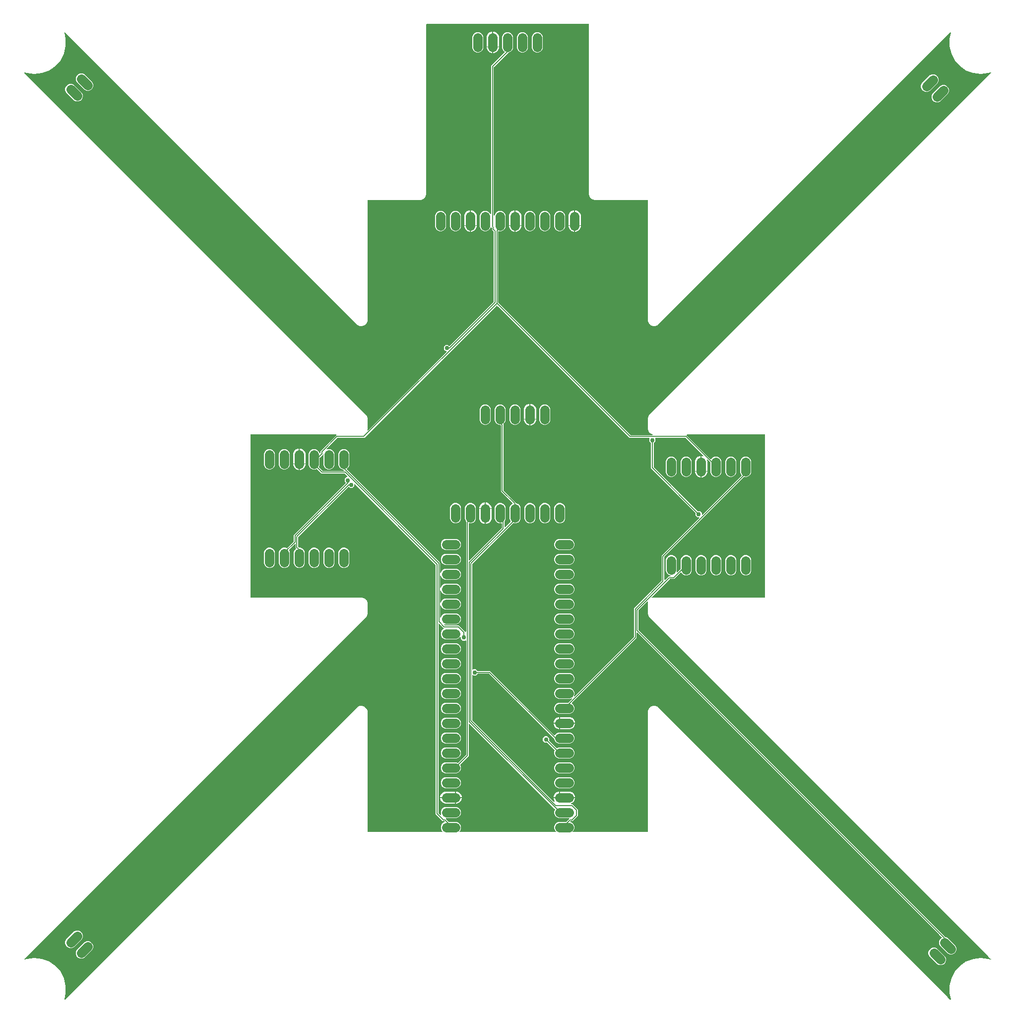
<source format=gbr>
G04 EAGLE Gerber RS-274X export*
G75*
%MOMM*%
%FSLAX34Y34*%
%LPD*%
%INTop Copper*%
%IPPOS*%
%AMOC8*
5,1,8,0,0,1.08239X$1,22.5*%
G01*
G04 Define Apertures*
%ADD10C,1.575000*%
%ADD11C,0.152400*%
%ADD12C,0.756400*%
G36*
X247085Y137982D02*
X246787Y137922D01*
X210051Y137922D01*
X209765Y137978D01*
X209512Y138145D01*
X-15779Y363436D01*
X-15942Y363677D01*
X-16002Y363975D01*
X-16002Y484893D01*
X-15946Y485179D01*
X-15779Y485432D01*
X-15453Y485758D01*
X-15217Y485918D01*
X-14920Y485981D01*
X-14623Y485923D01*
X-14570Y485901D01*
X-10830Y485901D01*
X-7376Y487332D01*
X-4732Y489976D01*
X-3301Y493430D01*
X-3301Y512920D01*
X-4732Y516374D01*
X-7376Y519018D01*
X-10830Y520449D01*
X-14570Y520449D01*
X-18024Y519018D01*
X-20668Y516374D01*
X-22156Y512782D01*
X-22296Y512561D01*
X-22541Y512382D01*
X-22836Y512312D01*
X-23135Y512363D01*
X-23390Y512526D01*
X-23562Y512776D01*
X-23622Y513074D01*
X-23622Y765309D01*
X-23566Y765595D01*
X-23399Y765848D01*
X1231Y790478D01*
X1472Y790641D01*
X1770Y790701D01*
X1870Y790701D01*
X5324Y792132D01*
X7968Y794776D01*
X9399Y798230D01*
X9399Y817720D01*
X7968Y821174D01*
X5324Y823818D01*
X1870Y825249D01*
X-1870Y825249D01*
X-5324Y823818D01*
X-7968Y821174D01*
X-9399Y817720D01*
X-9399Y798230D01*
X-7968Y794776D01*
X-5324Y792132D01*
X-5145Y792058D01*
X-4915Y791910D01*
X-4740Y791662D01*
X-4675Y791366D01*
X-4730Y791068D01*
X-4898Y790815D01*
X-28194Y767519D01*
X-28194Y515526D01*
X-28239Y515269D01*
X-28396Y515010D01*
X-28642Y514832D01*
X-28938Y514765D01*
X-29236Y514818D01*
X-29491Y514983D01*
X-29660Y515235D01*
X-30132Y516374D01*
X-32776Y519018D01*
X-36230Y520449D01*
X-39970Y520449D01*
X-43424Y519018D01*
X-46068Y516374D01*
X-47499Y512920D01*
X-47499Y493430D01*
X-46068Y489976D01*
X-43424Y487332D01*
X-39970Y485901D01*
X-36230Y485901D01*
X-32776Y487332D01*
X-30132Y489976D01*
X-29165Y492310D01*
X-29017Y492540D01*
X-28769Y492715D01*
X-28473Y492780D01*
X-28175Y492725D01*
X-27922Y492557D01*
X-26893Y491528D01*
X-26730Y491287D01*
X-26670Y490989D01*
X-26670Y488257D01*
X-23845Y485432D01*
X-23682Y485191D01*
X-23622Y484893D01*
X-23622Y365499D01*
X-23678Y365213D01*
X-23845Y364960D01*
X-98672Y290133D01*
X-98902Y289975D01*
X-99198Y289910D01*
X-99497Y289966D01*
X-99749Y290133D01*
X-101434Y291818D01*
X-105830Y291818D01*
X-108938Y288710D01*
X-108938Y284314D01*
X-105830Y281206D01*
X-104867Y281206D01*
X-104603Y281159D01*
X-104345Y281000D01*
X-104170Y280752D01*
X-104105Y280456D01*
X-104160Y280158D01*
X-104328Y279905D01*
X-238259Y145974D01*
X-238473Y145823D01*
X-238767Y145751D01*
X-239067Y145800D01*
X-239324Y145961D01*
X-239497Y146210D01*
X-239560Y146507D01*
X-239502Y146804D01*
X-239078Y147827D01*
X-239078Y167320D01*
X-240741Y171334D01*
X-824833Y755426D01*
X-824973Y755620D01*
X-825054Y755912D01*
X-825015Y756212D01*
X-824861Y756474D01*
X-824618Y756655D01*
X-824323Y756727D01*
X-824024Y756678D01*
X-820452Y755323D01*
X-807574Y753759D01*
X-794695Y755323D01*
X-782565Y759923D01*
X-771888Y767293D01*
X-763285Y777004D01*
X-757256Y788491D01*
X-754152Y801087D01*
X-754152Y814060D01*
X-756604Y824011D01*
X-756580Y824457D01*
X-756420Y824715D01*
X-756173Y824890D01*
X-755877Y824955D01*
X-755578Y824900D01*
X-755326Y824732D01*
X-256187Y325594D01*
X-252173Y323931D01*
X-247827Y323931D01*
X-243813Y325594D01*
X-240741Y328666D01*
X-239078Y332680D01*
X-239078Y538316D01*
X-239027Y538591D01*
X-238863Y538846D01*
X-238613Y539018D01*
X-238316Y539078D01*
X-147827Y539078D01*
X-143813Y540741D01*
X-140741Y543813D01*
X-139078Y547827D01*
X-139078Y838316D01*
X-139027Y838591D01*
X-138863Y838846D01*
X-138613Y839018D01*
X-138316Y839078D01*
X138316Y839078D01*
X138591Y839027D01*
X138846Y838863D01*
X139018Y838613D01*
X139078Y838316D01*
X139078Y547827D01*
X140741Y543813D01*
X143813Y540741D01*
X147827Y539078D01*
X238316Y539078D01*
X238591Y539027D01*
X238846Y538863D01*
X239018Y538613D01*
X239078Y538316D01*
X239078Y332680D01*
X240741Y328666D01*
X243813Y325594D01*
X247827Y323931D01*
X252173Y323931D01*
X256187Y325594D01*
X755326Y824732D01*
X755720Y824942D01*
X756023Y824939D01*
X756301Y824818D01*
X756510Y824598D01*
X756617Y824314D01*
X756604Y824011D01*
X754152Y814060D01*
X754152Y801087D01*
X757256Y788491D01*
X763285Y777004D01*
X771888Y767293D01*
X782565Y759923D01*
X794695Y755323D01*
X807574Y753759D01*
X820452Y755323D01*
X824024Y756678D01*
X824258Y756726D01*
X824558Y756680D01*
X824816Y756521D01*
X824991Y756273D01*
X825056Y755977D01*
X825001Y755679D01*
X824833Y755426D01*
X240741Y171334D01*
X239078Y167320D01*
X239078Y147827D01*
X240741Y143813D01*
X243813Y140741D01*
X247079Y139388D01*
X247300Y139248D01*
X247479Y139003D01*
X247549Y138708D01*
X247498Y138409D01*
X247335Y138154D01*
X247085Y137982D01*
G37*
%LPC*%
G36*
X-35815Y800862D02*
X-26162Y800862D01*
X-26162Y826265D01*
X-27472Y826265D01*
X-31300Y824679D01*
X-34229Y821750D01*
X-35815Y817922D01*
X-35815Y800862D01*
G37*
G36*
X-24638Y800862D02*
X-14985Y800862D01*
X-14985Y817922D01*
X-16571Y821750D01*
X-19500Y824679D01*
X-23328Y826265D01*
X-24638Y826265D01*
X-24638Y800862D01*
G37*
G36*
X-52670Y790701D02*
X-48930Y790701D01*
X-45476Y792132D01*
X-42832Y794776D01*
X-41401Y798230D01*
X-41401Y817720D01*
X-42832Y821174D01*
X-45476Y823818D01*
X-48930Y825249D01*
X-52670Y825249D01*
X-56124Y823818D01*
X-58768Y821174D01*
X-60199Y817720D01*
X-60199Y798230D01*
X-58768Y794776D01*
X-56124Y792132D01*
X-52670Y790701D01*
G37*
G36*
X23530Y790701D02*
X27270Y790701D01*
X30724Y792132D01*
X33368Y794776D01*
X34799Y798230D01*
X34799Y817720D01*
X33368Y821174D01*
X30724Y823818D01*
X27270Y825249D01*
X23530Y825249D01*
X20076Y823818D01*
X17432Y821174D01*
X16001Y817720D01*
X16001Y798230D01*
X17432Y794776D01*
X20076Y792132D01*
X23530Y790701D01*
G37*
G36*
X48930Y790701D02*
X52670Y790701D01*
X56124Y792132D01*
X58768Y794776D01*
X60199Y798230D01*
X60199Y817720D01*
X58768Y821174D01*
X56124Y823818D01*
X52670Y825249D01*
X48930Y825249D01*
X45476Y823818D01*
X42832Y821174D01*
X41401Y817720D01*
X41401Y798230D01*
X42832Y794776D01*
X45476Y792132D01*
X48930Y790701D01*
G37*
G36*
X-27472Y789685D02*
X-26162Y789685D01*
X-26162Y799338D01*
X-35815Y799338D01*
X-35815Y798028D01*
X-34229Y794200D01*
X-31300Y791271D01*
X-27472Y789685D01*
G37*
G36*
X-24638Y789685D02*
X-23328Y789685D01*
X-19500Y791271D01*
X-16571Y794200D01*
X-14985Y798028D01*
X-14985Y799338D01*
X-24638Y799338D01*
X-24638Y789685D01*
G37*
G36*
X-718352Y725044D02*
X-714613Y725044D01*
X-711159Y726475D01*
X-708515Y729119D01*
X-707084Y732574D01*
X-707084Y736313D01*
X-708515Y739768D01*
X-722296Y753548D01*
X-725750Y754979D01*
X-729489Y754979D01*
X-732944Y753548D01*
X-735588Y750904D01*
X-737019Y747450D01*
X-737019Y743711D01*
X-735588Y740256D01*
X-721807Y726475D01*
X-718352Y725044D01*
G37*
G36*
X713050Y723481D02*
X716789Y723481D01*
X720244Y724912D01*
X734025Y738693D01*
X735456Y742148D01*
X735456Y745887D01*
X734025Y749341D01*
X731381Y751985D01*
X727926Y753416D01*
X724187Y753416D01*
X720732Y751985D01*
X706952Y738204D01*
X705521Y734750D01*
X705521Y731011D01*
X706952Y727556D01*
X709596Y724912D01*
X713050Y723481D01*
G37*
G36*
X-736313Y707084D02*
X-732574Y707084D01*
X-729119Y708515D01*
X-726475Y711159D01*
X-725044Y714613D01*
X-725044Y718352D01*
X-726475Y721807D01*
X-740256Y735588D01*
X-743711Y737019D01*
X-747450Y737019D01*
X-750904Y735588D01*
X-753548Y732944D01*
X-754979Y729489D01*
X-754979Y725750D01*
X-753548Y722296D01*
X-739768Y708515D01*
X-736313Y707084D01*
G37*
G36*
X731011Y705521D02*
X734750Y705521D01*
X738204Y706952D01*
X751985Y720732D01*
X753416Y724187D01*
X753416Y727926D01*
X751985Y731381D01*
X749341Y734025D01*
X745887Y735456D01*
X742148Y735456D01*
X738693Y734025D01*
X724912Y720244D01*
X723481Y716789D01*
X723481Y713050D01*
X724912Y709596D01*
X727556Y706952D01*
X731011Y705521D01*
G37*
G36*
X-73915Y496062D02*
X-64262Y496062D01*
X-64262Y521465D01*
X-65572Y521465D01*
X-69400Y519879D01*
X-72329Y516950D01*
X-73915Y513122D01*
X-73915Y496062D01*
G37*
G36*
X2285Y496062D02*
X11938Y496062D01*
X11938Y521465D01*
X10628Y521465D01*
X6800Y519879D01*
X3871Y516950D01*
X2285Y513122D01*
X2285Y496062D01*
G37*
G36*
X103885Y496062D02*
X113538Y496062D01*
X113538Y521465D01*
X112228Y521465D01*
X108400Y519879D01*
X105471Y516950D01*
X103885Y513122D01*
X103885Y496062D01*
G37*
G36*
X115062Y496062D02*
X124715Y496062D01*
X124715Y513122D01*
X123129Y516950D01*
X120200Y519879D01*
X116372Y521465D01*
X115062Y521465D01*
X115062Y496062D01*
G37*
G36*
X13462Y496062D02*
X23115Y496062D01*
X23115Y513122D01*
X21529Y516950D01*
X18600Y519879D01*
X14772Y521465D01*
X13462Y521465D01*
X13462Y496062D01*
G37*
G36*
X-62738Y496062D02*
X-53085Y496062D01*
X-53085Y513122D01*
X-54671Y516950D01*
X-57600Y519879D01*
X-61428Y521465D01*
X-62738Y521465D01*
X-62738Y496062D01*
G37*
G36*
X87030Y485901D02*
X90770Y485901D01*
X94224Y487332D01*
X96868Y489976D01*
X98299Y493430D01*
X98299Y512920D01*
X96868Y516374D01*
X94224Y519018D01*
X90770Y520449D01*
X87030Y520449D01*
X83576Y519018D01*
X80932Y516374D01*
X79501Y512920D01*
X79501Y493430D01*
X80932Y489976D01*
X83576Y487332D01*
X87030Y485901D01*
G37*
G36*
X61630Y485901D02*
X65370Y485901D01*
X68824Y487332D01*
X71468Y489976D01*
X72899Y493430D01*
X72899Y512920D01*
X71468Y516374D01*
X68824Y519018D01*
X65370Y520449D01*
X61630Y520449D01*
X58176Y519018D01*
X55532Y516374D01*
X54101Y512920D01*
X54101Y493430D01*
X55532Y489976D01*
X58176Y487332D01*
X61630Y485901D01*
G37*
G36*
X36230Y485901D02*
X39970Y485901D01*
X43424Y487332D01*
X46068Y489976D01*
X47499Y493430D01*
X47499Y512920D01*
X46068Y516374D01*
X43424Y519018D01*
X39970Y520449D01*
X36230Y520449D01*
X32776Y519018D01*
X30132Y516374D01*
X28701Y512920D01*
X28701Y493430D01*
X30132Y489976D01*
X32776Y487332D01*
X36230Y485901D01*
G37*
G36*
X-90770Y485901D02*
X-87030Y485901D01*
X-83576Y487332D01*
X-80932Y489976D01*
X-79501Y493430D01*
X-79501Y512920D01*
X-80932Y516374D01*
X-83576Y519018D01*
X-87030Y520449D01*
X-90770Y520449D01*
X-94224Y519018D01*
X-96868Y516374D01*
X-98299Y512920D01*
X-98299Y493430D01*
X-96868Y489976D01*
X-94224Y487332D01*
X-90770Y485901D01*
G37*
G36*
X-116170Y485901D02*
X-112430Y485901D01*
X-108976Y487332D01*
X-106332Y489976D01*
X-104901Y493430D01*
X-104901Y512920D01*
X-106332Y516374D01*
X-108976Y519018D01*
X-112430Y520449D01*
X-116170Y520449D01*
X-119624Y519018D01*
X-122268Y516374D01*
X-123699Y512920D01*
X-123699Y493430D01*
X-122268Y489976D01*
X-119624Y487332D01*
X-116170Y485901D01*
G37*
G36*
X115062Y484885D02*
X116372Y484885D01*
X120200Y486471D01*
X123129Y489400D01*
X124715Y493228D01*
X124715Y494538D01*
X115062Y494538D01*
X115062Y484885D01*
G37*
G36*
X112228Y484885D02*
X113538Y484885D01*
X113538Y494538D01*
X103885Y494538D01*
X103885Y493228D01*
X105471Y489400D01*
X108400Y486471D01*
X112228Y484885D01*
G37*
G36*
X13462Y484885D02*
X14772Y484885D01*
X18600Y486471D01*
X21529Y489400D01*
X23115Y493228D01*
X23115Y494538D01*
X13462Y494538D01*
X13462Y484885D01*
G37*
G36*
X10628Y484885D02*
X11938Y484885D01*
X11938Y494538D01*
X2285Y494538D01*
X2285Y493228D01*
X3871Y489400D01*
X6800Y486471D01*
X10628Y484885D01*
G37*
G36*
X-62738Y484885D02*
X-61428Y484885D01*
X-57600Y486471D01*
X-54671Y489400D01*
X-53085Y493228D01*
X-53085Y494538D01*
X-62738Y494538D01*
X-62738Y484885D01*
G37*
G36*
X-65572Y484885D02*
X-64262Y484885D01*
X-64262Y494538D01*
X-73915Y494538D01*
X-73915Y493228D01*
X-72329Y489400D01*
X-69400Y486471D01*
X-65572Y484885D01*
G37*
%LPD*%
G36*
X756173Y-824890D02*
X755877Y-824955D01*
X755578Y-824900D01*
X755326Y-824732D01*
X256187Y-325594D01*
X252173Y-323931D01*
X247827Y-323931D01*
X243813Y-325594D01*
X240741Y-328666D01*
X239078Y-332680D01*
X239078Y-538316D01*
X239027Y-538591D01*
X238863Y-538846D01*
X238613Y-539018D01*
X238316Y-539078D01*
X111907Y-539078D01*
X111644Y-539031D01*
X111385Y-538872D01*
X111210Y-538624D01*
X111145Y-538328D01*
X111201Y-538030D01*
X111368Y-537777D01*
X112618Y-536527D01*
X114049Y-533073D01*
X114049Y-529333D01*
X112618Y-525879D01*
X109974Y-523235D01*
X107396Y-522167D01*
X107166Y-522019D01*
X106991Y-521771D01*
X106926Y-521475D01*
X106981Y-521177D01*
X107149Y-520924D01*
X107404Y-520669D01*
X107645Y-520506D01*
X107943Y-520446D01*
X110675Y-520446D01*
X119634Y-511487D01*
X119634Y-500449D01*
X110675Y-491490D01*
X108930Y-491490D01*
X108673Y-491445D01*
X108413Y-491288D01*
X108236Y-491042D01*
X108168Y-490746D01*
X108222Y-490448D01*
X108387Y-490194D01*
X108639Y-490024D01*
X110550Y-489232D01*
X113479Y-486303D01*
X115065Y-482475D01*
X115065Y-481165D01*
X78485Y-481165D01*
X78485Y-482475D01*
X80029Y-486203D01*
X80087Y-486459D01*
X80041Y-486758D01*
X79881Y-487016D01*
X79634Y-487192D01*
X79338Y-487257D01*
X79040Y-487201D01*
X78787Y-487034D01*
X-59975Y-348272D01*
X-60138Y-348031D01*
X-60198Y-347733D01*
X-60198Y-272233D01*
X-60151Y-271970D01*
X-59992Y-271712D01*
X-59744Y-271537D01*
X-59448Y-271472D01*
X-59150Y-271527D01*
X-58897Y-271695D01*
X-58586Y-272006D01*
X-54190Y-272006D01*
X-51393Y-269209D01*
X-51152Y-269046D01*
X-50855Y-268986D01*
X-31743Y-268986D01*
X-31457Y-269042D01*
X-31204Y-269209D01*
X79278Y-379691D01*
X79441Y-379932D01*
X79501Y-380230D01*
X79501Y-380673D01*
X80932Y-384127D01*
X83576Y-386771D01*
X87030Y-388202D01*
X106520Y-388202D01*
X109974Y-386771D01*
X112618Y-384127D01*
X114049Y-380673D01*
X114049Y-376933D01*
X112618Y-373479D01*
X109974Y-370835D01*
X106520Y-369404D01*
X87030Y-369404D01*
X83576Y-370835D01*
X80891Y-373520D01*
X80810Y-373645D01*
X80563Y-373821D01*
X80266Y-373886D01*
X79968Y-373830D01*
X79715Y-373663D01*
X-29533Y-264414D01*
X-50855Y-264414D01*
X-51141Y-264358D01*
X-51393Y-264191D01*
X-54190Y-261394D01*
X-58586Y-261394D01*
X-58897Y-261705D01*
X-59117Y-261858D01*
X-59412Y-261928D01*
X-59711Y-261877D01*
X-59966Y-261714D01*
X-60138Y-261464D01*
X-60198Y-261167D01*
X-60198Y-82035D01*
X-60142Y-81749D01*
X-59975Y-81496D01*
X9227Y-12294D01*
X9463Y-12134D01*
X9760Y-12071D01*
X10057Y-12129D01*
X10830Y-12449D01*
X14570Y-12449D01*
X18024Y-11018D01*
X20668Y-8374D01*
X22099Y-4920D01*
X22099Y14570D01*
X20668Y18024D01*
X18024Y20668D01*
X14867Y21976D01*
X14620Y22141D01*
X-6635Y43396D01*
X-6798Y43637D01*
X-6858Y43935D01*
X-6858Y156395D01*
X-6947Y156484D01*
X-7105Y156714D01*
X-7170Y157010D01*
X-7114Y157308D01*
X-6947Y157561D01*
X-4732Y159776D01*
X-3301Y163230D01*
X-3301Y182720D01*
X-4732Y186174D01*
X-7376Y188818D01*
X-10830Y190249D01*
X-14570Y190249D01*
X-18024Y188818D01*
X-20668Y186174D01*
X-22099Y182720D01*
X-22099Y163230D01*
X-20668Y159776D01*
X-18024Y157132D01*
X-14570Y155701D01*
X-12946Y155701D01*
X-12660Y155645D01*
X-12407Y155478D01*
X-11653Y154724D01*
X-11490Y154483D01*
X-11430Y154185D01*
X-11430Y41725D01*
X8161Y22134D01*
X8317Y21909D01*
X8384Y21613D01*
X8331Y21315D01*
X8166Y21060D01*
X7914Y20891D01*
X7376Y20668D01*
X4732Y18024D01*
X3301Y14570D01*
X3301Y-4920D01*
X4732Y-8374D01*
X5168Y-8810D01*
X5326Y-9040D01*
X5391Y-9337D01*
X5335Y-9635D01*
X5168Y-9887D01*
X-4033Y-19088D01*
X-4253Y-19241D01*
X-4548Y-19311D01*
X-4847Y-19260D01*
X-5102Y-19097D01*
X-5274Y-18847D01*
X-5334Y-18549D01*
X-5334Y-9619D01*
X-5391Y-9361D01*
X-5335Y-9063D01*
X-5168Y-8810D01*
X-4732Y-8374D01*
X-3301Y-4920D01*
X-3301Y14570D01*
X-4732Y18024D01*
X-7376Y20668D01*
X-10830Y22099D01*
X-14570Y22099D01*
X-18024Y20668D01*
X-20668Y18024D01*
X-22099Y14570D01*
X-22099Y-4920D01*
X-20668Y-8374D01*
X-18024Y-11018D01*
X-14570Y-12449D01*
X-10711Y-12449D01*
X-10692Y-12445D01*
X-10393Y-12496D01*
X-10138Y-12659D01*
X-9966Y-12909D01*
X-9906Y-13207D01*
X-9906Y-20073D01*
X-9962Y-20359D01*
X-10129Y-20612D01*
X-64993Y-75476D01*
X-65213Y-75629D01*
X-65508Y-75699D01*
X-65807Y-75648D01*
X-66062Y-75485D01*
X-66234Y-75235D01*
X-66294Y-74937D01*
X-66294Y-13207D01*
X-66245Y-12937D01*
X-66083Y-12680D01*
X-65834Y-12507D01*
X-65538Y-12445D01*
X-65515Y-12449D01*
X-61630Y-12449D01*
X-58176Y-11018D01*
X-55532Y-8374D01*
X-54101Y-4920D01*
X-54101Y14570D01*
X-55532Y18024D01*
X-58176Y20668D01*
X-61630Y22099D01*
X-65370Y22099D01*
X-68824Y20668D01*
X-71468Y18024D01*
X-72899Y14570D01*
X-72899Y-4920D01*
X-71468Y-8374D01*
X-71032Y-8810D01*
X-70874Y-9040D01*
X-70809Y-9337D01*
X-70865Y-9635D01*
X-70866Y-9636D01*
X-70866Y-196857D01*
X-70913Y-197121D01*
X-71072Y-197379D01*
X-71320Y-197554D01*
X-71616Y-197619D01*
X-71914Y-197564D01*
X-72167Y-197396D01*
X-82873Y-186690D01*
X-106941Y-186690D01*
X-107227Y-186634D01*
X-107480Y-186467D01*
X-107951Y-185996D01*
X-108102Y-185782D01*
X-108174Y-185487D01*
X-108126Y-185188D01*
X-107964Y-184931D01*
X-107715Y-184758D01*
X-107419Y-184695D01*
X-107121Y-184753D01*
X-106520Y-185002D01*
X-87030Y-185002D01*
X-83576Y-183571D01*
X-80932Y-180927D01*
X-79501Y-177473D01*
X-79501Y-173733D01*
X-80932Y-170279D01*
X-83576Y-167635D01*
X-87030Y-166204D01*
X-106520Y-166204D01*
X-109974Y-167635D01*
X-112618Y-170279D01*
X-113596Y-172640D01*
X-113736Y-172861D01*
X-113981Y-173040D01*
X-114276Y-173110D01*
X-114575Y-173059D01*
X-114830Y-172896D01*
X-115002Y-172645D01*
X-115062Y-172348D01*
X-115062Y-153458D01*
X-115017Y-153200D01*
X-114860Y-152941D01*
X-114614Y-152764D01*
X-114318Y-152696D01*
X-114020Y-152749D01*
X-113766Y-152915D01*
X-113596Y-153166D01*
X-112618Y-155527D01*
X-109974Y-158171D01*
X-106520Y-159602D01*
X-87030Y-159602D01*
X-83576Y-158171D01*
X-80932Y-155527D01*
X-79501Y-152073D01*
X-79501Y-148333D01*
X-80932Y-144879D01*
X-83576Y-142235D01*
X-87030Y-140804D01*
X-106520Y-140804D01*
X-109974Y-142235D01*
X-112618Y-144879D01*
X-113596Y-147240D01*
X-113736Y-147461D01*
X-113981Y-147640D01*
X-114276Y-147710D01*
X-114575Y-147659D01*
X-114830Y-147496D01*
X-115002Y-147245D01*
X-115062Y-146948D01*
X-115062Y-128058D01*
X-115017Y-127800D01*
X-114860Y-127541D01*
X-114614Y-127364D01*
X-114318Y-127296D01*
X-114020Y-127349D01*
X-113766Y-127515D01*
X-113596Y-127766D01*
X-112618Y-130127D01*
X-109974Y-132771D01*
X-106520Y-134202D01*
X-87030Y-134202D01*
X-83576Y-132771D01*
X-80932Y-130127D01*
X-79501Y-126673D01*
X-79501Y-122933D01*
X-80932Y-119479D01*
X-83576Y-116835D01*
X-87030Y-115404D01*
X-106520Y-115404D01*
X-109974Y-116835D01*
X-112618Y-119479D01*
X-113596Y-121840D01*
X-113736Y-122061D01*
X-113981Y-122240D01*
X-114276Y-122310D01*
X-114575Y-122259D01*
X-114830Y-122096D01*
X-115002Y-121845D01*
X-115062Y-121548D01*
X-115062Y-102658D01*
X-115017Y-102400D01*
X-114860Y-102141D01*
X-114614Y-101964D01*
X-114318Y-101896D01*
X-114020Y-101949D01*
X-113766Y-102115D01*
X-113596Y-102366D01*
X-112618Y-104727D01*
X-109974Y-107371D01*
X-106520Y-108802D01*
X-87030Y-108802D01*
X-83576Y-107371D01*
X-80932Y-104727D01*
X-79501Y-101273D01*
X-79501Y-97533D01*
X-80932Y-94079D01*
X-83576Y-91435D01*
X-87030Y-90004D01*
X-106520Y-90004D01*
X-109974Y-91435D01*
X-112618Y-94079D01*
X-113596Y-96440D01*
X-113736Y-96661D01*
X-113981Y-96840D01*
X-114276Y-96910D01*
X-114575Y-96859D01*
X-114830Y-96696D01*
X-115002Y-96445D01*
X-115062Y-96148D01*
X-115062Y-79825D01*
X-274502Y79615D01*
X-274658Y79840D01*
X-274725Y80136D01*
X-274672Y80434D01*
X-274506Y80688D01*
X-274255Y80858D01*
X-274076Y80932D01*
X-271432Y83576D01*
X-270001Y87030D01*
X-270001Y106520D01*
X-271432Y109974D01*
X-274076Y112618D01*
X-277530Y114049D01*
X-281270Y114049D01*
X-284724Y112618D01*
X-287368Y109974D01*
X-288799Y106520D01*
X-288799Y87030D01*
X-287368Y83576D01*
X-284724Y80932D01*
X-281270Y79501D01*
X-281170Y79501D01*
X-280884Y79445D01*
X-280631Y79278D01*
X-279616Y78263D01*
X-279463Y78043D01*
X-279393Y77748D01*
X-279444Y77449D01*
X-279607Y77194D01*
X-279857Y77022D01*
X-280155Y76962D01*
X-315729Y76962D01*
X-316015Y77018D01*
X-316268Y77185D01*
X-321997Y82914D01*
X-322157Y83150D01*
X-322220Y83447D01*
X-322162Y83744D01*
X-320801Y87030D01*
X-320801Y99322D01*
X-320745Y99608D01*
X-320578Y99861D01*
X-315500Y104939D01*
X-315280Y105092D01*
X-314985Y105162D01*
X-314686Y105111D01*
X-314431Y104948D01*
X-314259Y104698D01*
X-314199Y104400D01*
X-314199Y87030D01*
X-312768Y83576D01*
X-310124Y80932D01*
X-306670Y79501D01*
X-302930Y79501D01*
X-299476Y80932D01*
X-296832Y83576D01*
X-295401Y87030D01*
X-295401Y106520D01*
X-296832Y109974D01*
X-299476Y112618D01*
X-302930Y114049D01*
X-306670Y114049D01*
X-307857Y113557D01*
X-308112Y113500D01*
X-308411Y113546D01*
X-308669Y113706D01*
X-308845Y113953D01*
X-308910Y114249D01*
X-308854Y114547D01*
X-308687Y114800D01*
X-290360Y133127D01*
X-290119Y133290D01*
X-289821Y133350D01*
X-244417Y133350D01*
X-18827Y358940D01*
X-18596Y359098D01*
X-18300Y359163D01*
X-18002Y359108D01*
X-17749Y358940D01*
X207841Y133350D01*
X241355Y133350D01*
X241618Y133303D01*
X241876Y133144D01*
X242051Y132896D01*
X242116Y132600D01*
X242061Y132302D01*
X241893Y132049D01*
X241582Y131738D01*
X241582Y127342D01*
X244379Y124545D01*
X244542Y124304D01*
X244602Y124007D01*
X244602Y81349D01*
X320607Y5344D01*
X320770Y5103D01*
X320830Y4805D01*
X320830Y850D01*
X323938Y-2258D01*
X326425Y-2258D01*
X326689Y-2305D01*
X326947Y-2464D01*
X327122Y-2712D01*
X327187Y-3008D01*
X327132Y-3306D01*
X326964Y-3559D01*
X262890Y-67633D01*
X262890Y-109989D01*
X262834Y-110275D01*
X262667Y-110528D01*
X215646Y-157549D01*
X215646Y-206001D01*
X215590Y-206287D01*
X215423Y-206540D01*
X114324Y-307639D01*
X114110Y-307789D01*
X113816Y-307861D01*
X113517Y-307813D01*
X113260Y-307652D01*
X113086Y-307403D01*
X113024Y-307106D01*
X113082Y-306808D01*
X114049Y-304473D01*
X114049Y-300733D01*
X112618Y-297279D01*
X109974Y-294635D01*
X106520Y-293204D01*
X87030Y-293204D01*
X83576Y-294635D01*
X80932Y-297279D01*
X79501Y-300733D01*
X79501Y-304473D01*
X80932Y-307927D01*
X83576Y-310571D01*
X87030Y-312002D01*
X106520Y-312002D01*
X108855Y-311035D01*
X109111Y-310977D01*
X109410Y-311023D01*
X109668Y-311183D01*
X109844Y-311430D01*
X109909Y-311726D01*
X109853Y-312024D01*
X109686Y-312277D01*
X103582Y-318381D01*
X103341Y-318544D01*
X103043Y-318604D01*
X87030Y-318604D01*
X83576Y-320035D01*
X80932Y-322679D01*
X79501Y-326133D01*
X79501Y-329873D01*
X80932Y-333327D01*
X83576Y-335971D01*
X87030Y-337402D01*
X106520Y-337402D01*
X109974Y-335971D01*
X112618Y-333327D01*
X114049Y-329873D01*
X114049Y-326133D01*
X112618Y-322679D01*
X109974Y-320035D01*
X109910Y-320009D01*
X109681Y-319860D01*
X109505Y-319613D01*
X109440Y-319317D01*
X109496Y-319019D01*
X109663Y-318766D01*
X220218Y-208211D01*
X220218Y-199383D01*
X220265Y-199119D01*
X220424Y-198861D01*
X220672Y-198686D01*
X220968Y-198621D01*
X221266Y-198676D01*
X221519Y-198844D01*
X740914Y-718239D01*
X741069Y-718464D01*
X741137Y-718759D01*
X741084Y-719058D01*
X740918Y-719312D01*
X740667Y-719482D01*
X740256Y-719652D01*
X737612Y-722296D01*
X736181Y-725750D01*
X736181Y-729489D01*
X737612Y-732944D01*
X751393Y-746725D01*
X754848Y-748156D01*
X758587Y-748156D01*
X762041Y-746725D01*
X764685Y-744081D01*
X766116Y-740626D01*
X766116Y-736887D01*
X764685Y-733432D01*
X750904Y-719652D01*
X747439Y-718216D01*
X747192Y-718051D01*
X223489Y-194348D01*
X223326Y-194107D01*
X223266Y-193809D01*
X223266Y-161283D01*
X223322Y-160997D01*
X223489Y-160744D01*
X238259Y-145974D01*
X238473Y-145823D01*
X238767Y-145751D01*
X239067Y-145800D01*
X239324Y-145961D01*
X239497Y-146210D01*
X239560Y-146507D01*
X239502Y-146804D01*
X239078Y-147827D01*
X239078Y-167320D01*
X240741Y-171334D01*
X824833Y-755426D01*
X824973Y-755620D01*
X825054Y-755912D01*
X825015Y-756212D01*
X824861Y-756474D01*
X824618Y-756655D01*
X824323Y-756727D01*
X824024Y-756678D01*
X820452Y-755323D01*
X807574Y-753759D01*
X794695Y-755323D01*
X782565Y-759923D01*
X771888Y-767293D01*
X763285Y-777004D01*
X757256Y-788491D01*
X754152Y-801087D01*
X754152Y-814060D01*
X756604Y-824011D01*
X756580Y-824457D01*
X756420Y-824715D01*
X756173Y-824890D01*
G37*
%LPC*%
G36*
X38862Y165862D02*
X48515Y165862D01*
X48515Y182922D01*
X46929Y186750D01*
X44000Y189679D01*
X40172Y191265D01*
X38862Y191265D01*
X38862Y165862D01*
G37*
G36*
X27685Y165862D02*
X37338Y165862D01*
X37338Y191265D01*
X36028Y191265D01*
X32200Y189679D01*
X29271Y186750D01*
X27685Y182922D01*
X27685Y165862D01*
G37*
G36*
X61630Y155701D02*
X65370Y155701D01*
X68824Y157132D01*
X71468Y159776D01*
X72899Y163230D01*
X72899Y182720D01*
X71468Y186174D01*
X68824Y188818D01*
X65370Y190249D01*
X61630Y190249D01*
X58176Y188818D01*
X55532Y186174D01*
X54101Y182720D01*
X54101Y163230D01*
X55532Y159776D01*
X58176Y157132D01*
X61630Y155701D01*
G37*
G36*
X10830Y155701D02*
X14570Y155701D01*
X18024Y157132D01*
X20668Y159776D01*
X22099Y163230D01*
X22099Y182720D01*
X20668Y186174D01*
X18024Y188818D01*
X14570Y190249D01*
X10830Y190249D01*
X7376Y188818D01*
X4732Y186174D01*
X3301Y182720D01*
X3301Y163230D01*
X4732Y159776D01*
X7376Y157132D01*
X10830Y155701D01*
G37*
G36*
X-39970Y155701D02*
X-36230Y155701D01*
X-32776Y157132D01*
X-30132Y159776D01*
X-28701Y163230D01*
X-28701Y182720D01*
X-30132Y186174D01*
X-32776Y188818D01*
X-36230Y190249D01*
X-39970Y190249D01*
X-43424Y188818D01*
X-46068Y186174D01*
X-47499Y182720D01*
X-47499Y163230D01*
X-46068Y159776D01*
X-43424Y157132D01*
X-39970Y155701D01*
G37*
G36*
X36028Y154685D02*
X37338Y154685D01*
X37338Y164338D01*
X27685Y164338D01*
X27685Y163028D01*
X29271Y159200D01*
X32200Y156271D01*
X36028Y154685D01*
G37*
G36*
X38862Y154685D02*
X40172Y154685D01*
X44000Y156271D01*
X46929Y159200D01*
X48515Y163028D01*
X48515Y164338D01*
X38862Y164338D01*
X38862Y154685D01*
G37*
G36*
X-37338Y13462D02*
X-27685Y13462D01*
X-27685Y14772D01*
X-29271Y18600D01*
X-32200Y21529D01*
X-36028Y23115D01*
X-37338Y23115D01*
X-37338Y13462D01*
G37*
G36*
X-48515Y13462D02*
X-38862Y13462D01*
X-38862Y23115D01*
X-40172Y23115D01*
X-44000Y21529D01*
X-46929Y18600D01*
X-48515Y14772D01*
X-48515Y13462D01*
G37*
G36*
X-90770Y-12449D02*
X-87030Y-12449D01*
X-83576Y-11018D01*
X-80932Y-8374D01*
X-79501Y-4920D01*
X-79501Y14570D01*
X-80932Y18024D01*
X-83576Y20668D01*
X-87030Y22099D01*
X-90770Y22099D01*
X-94224Y20668D01*
X-96868Y18024D01*
X-98299Y14570D01*
X-98299Y-4920D01*
X-96868Y-8374D01*
X-94224Y-11018D01*
X-90770Y-12449D01*
G37*
G36*
X36230Y-12449D02*
X39970Y-12449D01*
X43424Y-11018D01*
X46068Y-8374D01*
X47499Y-4920D01*
X47499Y14570D01*
X46068Y18024D01*
X43424Y20668D01*
X39970Y22099D01*
X36230Y22099D01*
X32776Y20668D01*
X30132Y18024D01*
X28701Y14570D01*
X28701Y-4920D01*
X30132Y-8374D01*
X32776Y-11018D01*
X36230Y-12449D01*
G37*
G36*
X61630Y-12449D02*
X65370Y-12449D01*
X68824Y-11018D01*
X71468Y-8374D01*
X72899Y-4920D01*
X72899Y14570D01*
X71468Y18024D01*
X68824Y20668D01*
X65370Y22099D01*
X61630Y22099D01*
X58176Y20668D01*
X55532Y18024D01*
X54101Y14570D01*
X54101Y-4920D01*
X55532Y-8374D01*
X58176Y-11018D01*
X61630Y-12449D01*
G37*
G36*
X87030Y-12449D02*
X90770Y-12449D01*
X94224Y-11018D01*
X96868Y-8374D01*
X98299Y-4920D01*
X98299Y14570D01*
X96868Y18024D01*
X94224Y20668D01*
X90770Y22099D01*
X87030Y22099D01*
X83576Y20668D01*
X80932Y18024D01*
X79501Y14570D01*
X79501Y-4920D01*
X80932Y-8374D01*
X83576Y-11018D01*
X87030Y-12449D01*
G37*
G36*
X-40172Y-13465D02*
X-38862Y-13465D01*
X-38862Y11938D01*
X-48515Y11938D01*
X-48515Y-5122D01*
X-46929Y-8950D01*
X-44000Y-11879D01*
X-40172Y-13465D01*
G37*
G36*
X-37338Y-13465D02*
X-36028Y-13465D01*
X-32200Y-11879D01*
X-29271Y-8950D01*
X-27685Y-5122D01*
X-27685Y11938D01*
X-37338Y11938D01*
X-37338Y-13465D01*
G37*
G36*
X-106520Y-58002D02*
X-87030Y-58002D01*
X-83576Y-56571D01*
X-80932Y-53927D01*
X-79501Y-50473D01*
X-79501Y-46733D01*
X-80932Y-43279D01*
X-83576Y-40635D01*
X-87030Y-39204D01*
X-106520Y-39204D01*
X-109974Y-40635D01*
X-112618Y-43279D01*
X-114049Y-46733D01*
X-114049Y-50473D01*
X-112618Y-53927D01*
X-109974Y-56571D01*
X-106520Y-58002D01*
G37*
G36*
X87030Y-58002D02*
X106520Y-58002D01*
X109974Y-56571D01*
X112618Y-53927D01*
X114049Y-50473D01*
X114049Y-46733D01*
X112618Y-43279D01*
X109974Y-40635D01*
X106520Y-39204D01*
X87030Y-39204D01*
X83576Y-40635D01*
X80932Y-43279D01*
X79501Y-46733D01*
X79501Y-50473D01*
X80932Y-53927D01*
X83576Y-56571D01*
X87030Y-58002D01*
G37*
G36*
X87030Y-83402D02*
X106520Y-83402D01*
X109974Y-81971D01*
X112618Y-79327D01*
X114049Y-75873D01*
X114049Y-72133D01*
X112618Y-68679D01*
X109974Y-66035D01*
X106520Y-64604D01*
X87030Y-64604D01*
X83576Y-66035D01*
X80932Y-68679D01*
X79501Y-72133D01*
X79501Y-75873D01*
X80932Y-79327D01*
X83576Y-81971D01*
X87030Y-83402D01*
G37*
G36*
X-106520Y-83402D02*
X-87030Y-83402D01*
X-83576Y-81971D01*
X-80932Y-79327D01*
X-79501Y-75873D01*
X-79501Y-72133D01*
X-80932Y-68679D01*
X-83576Y-66035D01*
X-87030Y-64604D01*
X-106520Y-64604D01*
X-109974Y-66035D01*
X-112618Y-68679D01*
X-114049Y-72133D01*
X-114049Y-75873D01*
X-112618Y-79327D01*
X-109974Y-81971D01*
X-106520Y-83402D01*
G37*
G36*
X87030Y-108802D02*
X106520Y-108802D01*
X109974Y-107371D01*
X112618Y-104727D01*
X114049Y-101273D01*
X114049Y-97533D01*
X112618Y-94079D01*
X109974Y-91435D01*
X106520Y-90004D01*
X87030Y-90004D01*
X83576Y-91435D01*
X80932Y-94079D01*
X79501Y-97533D01*
X79501Y-101273D01*
X80932Y-104727D01*
X83576Y-107371D01*
X87030Y-108802D01*
G37*
G36*
X87030Y-134202D02*
X106520Y-134202D01*
X109974Y-132771D01*
X112618Y-130127D01*
X114049Y-126673D01*
X114049Y-122933D01*
X112618Y-119479D01*
X109974Y-116835D01*
X106520Y-115404D01*
X87030Y-115404D01*
X83576Y-116835D01*
X80932Y-119479D01*
X79501Y-122933D01*
X79501Y-126673D01*
X80932Y-130127D01*
X83576Y-132771D01*
X87030Y-134202D01*
G37*
G36*
X87030Y-159602D02*
X106520Y-159602D01*
X109974Y-158171D01*
X112618Y-155527D01*
X114049Y-152073D01*
X114049Y-148333D01*
X112618Y-144879D01*
X109974Y-142235D01*
X106520Y-140804D01*
X87030Y-140804D01*
X83576Y-142235D01*
X80932Y-144879D01*
X79501Y-148333D01*
X79501Y-152073D01*
X80932Y-155527D01*
X83576Y-158171D01*
X87030Y-159602D01*
G37*
G36*
X87030Y-185002D02*
X106520Y-185002D01*
X109974Y-183571D01*
X112618Y-180927D01*
X114049Y-177473D01*
X114049Y-173733D01*
X112618Y-170279D01*
X109974Y-167635D01*
X106520Y-166204D01*
X87030Y-166204D01*
X83576Y-167635D01*
X80932Y-170279D01*
X79501Y-173733D01*
X79501Y-177473D01*
X80932Y-180927D01*
X83576Y-183571D01*
X87030Y-185002D01*
G37*
G36*
X87030Y-210402D02*
X106520Y-210402D01*
X109974Y-208971D01*
X112618Y-206327D01*
X114049Y-202873D01*
X114049Y-199133D01*
X112618Y-195679D01*
X109974Y-193035D01*
X106520Y-191604D01*
X87030Y-191604D01*
X83576Y-193035D01*
X80932Y-195679D01*
X79501Y-199133D01*
X79501Y-202873D01*
X80932Y-206327D01*
X83576Y-208971D01*
X87030Y-210402D01*
G37*
G36*
X87030Y-235802D02*
X106520Y-235802D01*
X109974Y-234371D01*
X112618Y-231727D01*
X114049Y-228273D01*
X114049Y-224533D01*
X112618Y-221079D01*
X109974Y-218435D01*
X106520Y-217004D01*
X87030Y-217004D01*
X83576Y-218435D01*
X80932Y-221079D01*
X79501Y-224533D01*
X79501Y-228273D01*
X80932Y-231727D01*
X83576Y-234371D01*
X87030Y-235802D01*
G37*
G36*
X87030Y-261202D02*
X106520Y-261202D01*
X109974Y-259771D01*
X112618Y-257127D01*
X114049Y-253673D01*
X114049Y-249933D01*
X112618Y-246479D01*
X109974Y-243835D01*
X106520Y-242404D01*
X87030Y-242404D01*
X83576Y-243835D01*
X80932Y-246479D01*
X79501Y-249933D01*
X79501Y-253673D01*
X80932Y-257127D01*
X83576Y-259771D01*
X87030Y-261202D01*
G37*
G36*
X87030Y-286602D02*
X106520Y-286602D01*
X109974Y-285171D01*
X112618Y-282527D01*
X114049Y-279073D01*
X114049Y-275333D01*
X112618Y-271879D01*
X109974Y-269235D01*
X106520Y-267804D01*
X87030Y-267804D01*
X83576Y-269235D01*
X80932Y-271879D01*
X79501Y-275333D01*
X79501Y-279073D01*
X80932Y-282527D01*
X83576Y-285171D01*
X87030Y-286602D01*
G37*
G36*
X78485Y-352641D02*
X88138Y-352641D01*
X88138Y-342988D01*
X86828Y-342988D01*
X83000Y-344574D01*
X80071Y-347503D01*
X78485Y-351331D01*
X78485Y-352641D01*
G37*
G36*
X89662Y-352641D02*
X115065Y-352641D01*
X115065Y-351331D01*
X113479Y-347503D01*
X110550Y-344574D01*
X106722Y-342988D01*
X89662Y-342988D01*
X89662Y-352641D01*
G37*
G36*
X86828Y-363818D02*
X88138Y-363818D01*
X88138Y-354165D01*
X78485Y-354165D01*
X78485Y-355475D01*
X80071Y-359303D01*
X83000Y-362232D01*
X86828Y-363818D01*
G37*
G36*
X89662Y-363818D02*
X106722Y-363818D01*
X110550Y-362232D01*
X113479Y-359303D01*
X115065Y-355475D01*
X115065Y-354165D01*
X89662Y-354165D01*
X89662Y-363818D01*
G37*
G36*
X87030Y-413602D02*
X106520Y-413602D01*
X109974Y-412171D01*
X112618Y-409527D01*
X114049Y-406073D01*
X114049Y-402333D01*
X112618Y-398879D01*
X109974Y-396235D01*
X106520Y-394804D01*
X87030Y-394804D01*
X84346Y-395916D01*
X84067Y-395974D01*
X83768Y-395918D01*
X83516Y-395751D01*
X71061Y-383296D01*
X70898Y-383055D01*
X70838Y-382757D01*
X70838Y-378802D01*
X67730Y-375694D01*
X63334Y-375694D01*
X60226Y-378802D01*
X60226Y-383198D01*
X63334Y-386306D01*
X67289Y-386306D01*
X67575Y-386362D01*
X67828Y-386529D01*
X80351Y-399052D01*
X80512Y-399288D01*
X80574Y-399585D01*
X80516Y-399882D01*
X79501Y-402333D01*
X79501Y-406073D01*
X80932Y-409527D01*
X83576Y-412171D01*
X87030Y-413602D01*
G37*
G36*
X87030Y-439002D02*
X106520Y-439002D01*
X109974Y-437571D01*
X112618Y-434927D01*
X114049Y-431473D01*
X114049Y-427733D01*
X112618Y-424279D01*
X109974Y-421635D01*
X106520Y-420204D01*
X87030Y-420204D01*
X83576Y-421635D01*
X80932Y-424279D01*
X79501Y-427733D01*
X79501Y-431473D01*
X80932Y-434927D01*
X83576Y-437571D01*
X87030Y-439002D01*
G37*
G36*
X87030Y-464402D02*
X106520Y-464402D01*
X109974Y-462971D01*
X112618Y-460327D01*
X114049Y-456873D01*
X114049Y-453133D01*
X112618Y-449679D01*
X109974Y-447035D01*
X106520Y-445604D01*
X87030Y-445604D01*
X83576Y-447035D01*
X80932Y-449679D01*
X79501Y-453133D01*
X79501Y-456873D01*
X80932Y-460327D01*
X83576Y-462971D01*
X87030Y-464402D01*
G37*
G36*
X78485Y-479641D02*
X88138Y-479641D01*
X88138Y-469988D01*
X86828Y-469988D01*
X83000Y-471574D01*
X80071Y-474503D01*
X78485Y-478331D01*
X78485Y-479641D01*
G37*
G36*
X89662Y-479641D02*
X115065Y-479641D01*
X115065Y-478331D01*
X113479Y-474503D01*
X110550Y-471574D01*
X106722Y-469988D01*
X89662Y-469988D01*
X89662Y-479641D01*
G37*
G36*
X736887Y-766116D02*
X740626Y-766116D01*
X744081Y-764685D01*
X746725Y-762041D01*
X748156Y-758587D01*
X748156Y-754848D01*
X746725Y-751393D01*
X732944Y-737612D01*
X729489Y-736181D01*
X725750Y-736181D01*
X722296Y-737612D01*
X719652Y-740256D01*
X718221Y-743711D01*
X718221Y-747450D01*
X719652Y-750904D01*
X733432Y-764685D01*
X736887Y-766116D01*
G37*
%LPD*%
G36*
X-755326Y-824732D02*
X-755720Y-824942D01*
X-756023Y-824939D01*
X-756301Y-824818D01*
X-756510Y-824598D01*
X-756617Y-824314D01*
X-756604Y-824011D01*
X-754152Y-814060D01*
X-754152Y-801087D01*
X-757256Y-788491D01*
X-763285Y-777004D01*
X-771888Y-767293D01*
X-782565Y-759923D01*
X-794695Y-755323D01*
X-807574Y-753759D01*
X-820452Y-755323D01*
X-824024Y-756678D01*
X-824258Y-756726D01*
X-824558Y-756680D01*
X-824816Y-756521D01*
X-824991Y-756273D01*
X-825056Y-755977D01*
X-825001Y-755679D01*
X-824833Y-755426D01*
X-240741Y-171334D01*
X-239078Y-167320D01*
X-239078Y-147827D01*
X-240741Y-143813D01*
X-243813Y-140741D01*
X-247827Y-139078D01*
X-438316Y-139078D01*
X-438591Y-139027D01*
X-438846Y-138863D01*
X-439018Y-138613D01*
X-439078Y-138316D01*
X-439078Y138316D01*
X-439027Y138591D01*
X-438863Y138846D01*
X-438613Y139018D01*
X-438316Y139078D01*
X-292715Y139078D01*
X-292451Y139031D01*
X-292193Y138872D01*
X-292018Y138624D01*
X-291953Y138328D01*
X-292008Y138030D01*
X-292176Y137777D01*
X-319278Y110675D01*
X-319278Y107943D01*
X-319334Y107657D01*
X-319501Y107404D01*
X-319873Y107032D01*
X-320098Y106877D01*
X-320393Y106809D01*
X-320692Y106862D01*
X-320946Y107028D01*
X-321116Y107279D01*
X-322232Y109974D01*
X-324876Y112618D01*
X-328330Y114049D01*
X-332070Y114049D01*
X-335524Y112618D01*
X-338168Y109974D01*
X-339599Y106520D01*
X-339599Y87030D01*
X-338168Y83576D01*
X-335524Y80932D01*
X-332070Y79501D01*
X-328330Y79501D01*
X-326481Y80267D01*
X-326202Y80325D01*
X-325904Y80269D01*
X-325651Y80102D01*
X-317939Y72390D01*
X-278631Y72390D01*
X-278345Y72334D01*
X-278092Y72167D01*
X-273492Y67567D01*
X-273339Y67347D01*
X-273269Y67052D01*
X-273320Y66753D01*
X-273483Y66498D01*
X-273733Y66326D01*
X-274031Y66266D01*
X-274994Y66266D01*
X-278102Y63158D01*
X-278102Y58762D01*
X-276417Y57077D01*
X-276259Y56847D01*
X-276194Y56551D01*
X-276250Y56253D01*
X-276417Y56000D01*
X-364998Y-32581D01*
X-364998Y-42933D01*
X-365054Y-43219D01*
X-365221Y-43472D01*
X-376451Y-54702D01*
X-376687Y-54862D01*
X-376983Y-54925D01*
X-377281Y-54867D01*
X-379130Y-54101D01*
X-382870Y-54101D01*
X-386324Y-55532D01*
X-388968Y-58176D01*
X-390399Y-61630D01*
X-390399Y-81120D01*
X-388968Y-84574D01*
X-386324Y-87218D01*
X-382870Y-88649D01*
X-379130Y-88649D01*
X-375676Y-87218D01*
X-373032Y-84574D01*
X-371601Y-81120D01*
X-371601Y-61630D01*
X-372962Y-58344D01*
X-373020Y-58065D01*
X-372964Y-57767D01*
X-372797Y-57514D01*
X-363251Y-47968D01*
X-363031Y-47815D01*
X-362736Y-47745D01*
X-362437Y-47796D01*
X-362182Y-47959D01*
X-362010Y-48209D01*
X-361950Y-48507D01*
X-361950Y-54287D01*
X-361353Y-54884D01*
X-361195Y-55114D01*
X-361130Y-55410D01*
X-361186Y-55708D01*
X-361353Y-55961D01*
X-363568Y-58176D01*
X-364999Y-61630D01*
X-364999Y-81120D01*
X-363568Y-84574D01*
X-360924Y-87218D01*
X-357470Y-88649D01*
X-353730Y-88649D01*
X-350276Y-87218D01*
X-347632Y-84574D01*
X-346201Y-81120D01*
X-346201Y-61630D01*
X-347632Y-58176D01*
X-350276Y-55532D01*
X-353730Y-54101D01*
X-355354Y-54101D01*
X-355640Y-54045D01*
X-355893Y-53878D01*
X-357155Y-52616D01*
X-357318Y-52375D01*
X-357378Y-52077D01*
X-357378Y-36315D01*
X-357322Y-36029D01*
X-357155Y-35776D01*
X-271660Y49719D01*
X-271430Y49877D01*
X-271134Y49942D01*
X-270836Y49886D01*
X-270583Y49719D01*
X-268898Y48034D01*
X-264502Y48034D01*
X-261394Y51142D01*
X-261394Y53629D01*
X-261347Y53893D01*
X-261188Y54151D01*
X-260940Y54326D01*
X-260644Y54391D01*
X-260346Y54336D01*
X-260093Y54168D01*
X-122905Y-83020D01*
X-122742Y-83261D01*
X-122682Y-83559D01*
X-122682Y-508439D01*
X-110675Y-520446D01*
X-107943Y-520446D01*
X-107657Y-520502D01*
X-107404Y-520669D01*
X-107149Y-520924D01*
X-106993Y-521149D01*
X-106926Y-521445D01*
X-106979Y-521743D01*
X-107144Y-521998D01*
X-107396Y-522167D01*
X-109974Y-523235D01*
X-112618Y-525879D01*
X-114049Y-529333D01*
X-114049Y-533073D01*
X-112618Y-536527D01*
X-111368Y-537777D01*
X-111215Y-537997D01*
X-111145Y-538292D01*
X-111196Y-538591D01*
X-111360Y-538846D01*
X-111610Y-539018D01*
X-111907Y-539078D01*
X-238316Y-539078D01*
X-238591Y-539027D01*
X-238846Y-538863D01*
X-239018Y-538613D01*
X-239078Y-538316D01*
X-239078Y-332680D01*
X-240741Y-328666D01*
X-243813Y-325594D01*
X-247827Y-323931D01*
X-252173Y-323931D01*
X-256187Y-325594D01*
X-755326Y-824732D01*
G37*
%LPC*%
G36*
X-354838Y89662D02*
X-345185Y89662D01*
X-345185Y106722D01*
X-346771Y110550D01*
X-349700Y113479D01*
X-353528Y115065D01*
X-354838Y115065D01*
X-354838Y89662D01*
G37*
G36*
X-366015Y89662D02*
X-356362Y89662D01*
X-356362Y115065D01*
X-357672Y115065D01*
X-361500Y113479D01*
X-364429Y110550D01*
X-366015Y106722D01*
X-366015Y89662D01*
G37*
G36*
X-382870Y79501D02*
X-379130Y79501D01*
X-375676Y80932D01*
X-373032Y83576D01*
X-371601Y87030D01*
X-371601Y106520D01*
X-373032Y109974D01*
X-375676Y112618D01*
X-379130Y114049D01*
X-382870Y114049D01*
X-386324Y112618D01*
X-388968Y109974D01*
X-390399Y106520D01*
X-390399Y87030D01*
X-388968Y83576D01*
X-386324Y80932D01*
X-382870Y79501D01*
G37*
G36*
X-408270Y79501D02*
X-404530Y79501D01*
X-401076Y80932D01*
X-398432Y83576D01*
X-397001Y87030D01*
X-397001Y106520D01*
X-398432Y109974D01*
X-401076Y112618D01*
X-404530Y114049D01*
X-408270Y114049D01*
X-411724Y112618D01*
X-414368Y109974D01*
X-415799Y106520D01*
X-415799Y87030D01*
X-414368Y83576D01*
X-411724Y80932D01*
X-408270Y79501D01*
G37*
G36*
X-357672Y78485D02*
X-356362Y78485D01*
X-356362Y88138D01*
X-366015Y88138D01*
X-366015Y86828D01*
X-364429Y83000D01*
X-361500Y80071D01*
X-357672Y78485D01*
G37*
G36*
X-354838Y78485D02*
X-353528Y78485D01*
X-349700Y80071D01*
X-346771Y83000D01*
X-345185Y86828D01*
X-345185Y88138D01*
X-354838Y88138D01*
X-354838Y78485D01*
G37*
G36*
X-306670Y-88649D02*
X-302930Y-88649D01*
X-299476Y-87218D01*
X-296832Y-84574D01*
X-295401Y-81120D01*
X-295401Y-61630D01*
X-296832Y-58176D01*
X-299476Y-55532D01*
X-302930Y-54101D01*
X-306670Y-54101D01*
X-310124Y-55532D01*
X-312768Y-58176D01*
X-314199Y-61630D01*
X-314199Y-81120D01*
X-312768Y-84574D01*
X-310124Y-87218D01*
X-306670Y-88649D01*
G37*
G36*
X-332070Y-88649D02*
X-328330Y-88649D01*
X-324876Y-87218D01*
X-322232Y-84574D01*
X-320801Y-81120D01*
X-320801Y-61630D01*
X-322232Y-58176D01*
X-324876Y-55532D01*
X-328330Y-54101D01*
X-332070Y-54101D01*
X-335524Y-55532D01*
X-338168Y-58176D01*
X-339599Y-61630D01*
X-339599Y-81120D01*
X-338168Y-84574D01*
X-335524Y-87218D01*
X-332070Y-88649D01*
G37*
G36*
X-408270Y-88649D02*
X-404530Y-88649D01*
X-401076Y-87218D01*
X-398432Y-84574D01*
X-397001Y-81120D01*
X-397001Y-61630D01*
X-398432Y-58176D01*
X-401076Y-55532D01*
X-404530Y-54101D01*
X-408270Y-54101D01*
X-411724Y-55532D01*
X-414368Y-58176D01*
X-415799Y-61630D01*
X-415799Y-81120D01*
X-414368Y-84574D01*
X-411724Y-87218D01*
X-408270Y-88649D01*
G37*
G36*
X-281270Y-88649D02*
X-277530Y-88649D01*
X-274076Y-87218D01*
X-271432Y-84574D01*
X-270001Y-81120D01*
X-270001Y-61630D01*
X-271432Y-58176D01*
X-274076Y-55532D01*
X-277530Y-54101D01*
X-281270Y-54101D01*
X-284724Y-55532D01*
X-287368Y-58176D01*
X-288799Y-61630D01*
X-288799Y-81120D01*
X-287368Y-84574D01*
X-284724Y-87218D01*
X-281270Y-88649D01*
G37*
G36*
X-747450Y-737019D02*
X-743711Y-737019D01*
X-740256Y-735588D01*
X-726475Y-721807D01*
X-725044Y-718352D01*
X-725044Y-714613D01*
X-726475Y-711159D01*
X-729119Y-708515D01*
X-732574Y-707084D01*
X-736313Y-707084D01*
X-739768Y-708515D01*
X-753548Y-722296D01*
X-754979Y-725750D01*
X-754979Y-729489D01*
X-753548Y-732944D01*
X-750904Y-735588D01*
X-747450Y-737019D01*
G37*
G36*
X-729489Y-754979D02*
X-725750Y-754979D01*
X-722296Y-753548D01*
X-708515Y-739768D01*
X-707084Y-736313D01*
X-707084Y-732574D01*
X-708515Y-729119D01*
X-711159Y-726475D01*
X-714613Y-725044D01*
X-718352Y-725044D01*
X-721807Y-726475D01*
X-735588Y-740256D01*
X-737019Y-743711D01*
X-737019Y-747450D01*
X-735588Y-750904D01*
X-732944Y-753548D01*
X-729489Y-754979D01*
G37*
%LPD*%
G36*
X246804Y-139502D02*
X246549Y-139559D01*
X246249Y-139513D01*
X245991Y-139354D01*
X245816Y-139106D01*
X245751Y-138810D01*
X245806Y-138512D01*
X245974Y-138259D01*
X276568Y-107665D01*
X276809Y-107502D01*
X277107Y-107442D01*
X284411Y-107442D01*
X295366Y-96487D01*
X295591Y-96332D01*
X295886Y-96264D01*
X296185Y-96318D01*
X296439Y-96483D01*
X296608Y-96735D01*
X296832Y-97274D01*
X299476Y-99918D01*
X302930Y-101349D01*
X306670Y-101349D01*
X310124Y-99918D01*
X312768Y-97274D01*
X314199Y-93820D01*
X314199Y-74330D01*
X312768Y-70876D01*
X310124Y-68232D01*
X306670Y-66801D01*
X302930Y-66801D01*
X299476Y-68232D01*
X296832Y-70876D01*
X295401Y-74330D01*
X295401Y-89670D01*
X295345Y-89956D01*
X295178Y-90209D01*
X289550Y-95837D01*
X289336Y-95987D01*
X289042Y-96060D01*
X288742Y-96011D01*
X288486Y-95850D01*
X288312Y-95601D01*
X288249Y-95304D01*
X288307Y-95007D01*
X288799Y-93820D01*
X288799Y-74330D01*
X287368Y-70876D01*
X284724Y-68232D01*
X281270Y-66801D01*
X277530Y-66801D01*
X274076Y-68232D01*
X271432Y-70876D01*
X270001Y-74330D01*
X270001Y-93820D01*
X271432Y-97274D01*
X274076Y-99918D01*
X277663Y-101404D01*
X277884Y-101544D01*
X278063Y-101789D01*
X278133Y-102084D01*
X278082Y-102383D01*
X277919Y-102638D01*
X277669Y-102810D01*
X277372Y-102870D01*
X274897Y-102870D01*
X268763Y-109004D01*
X268543Y-109157D01*
X268248Y-109227D01*
X267949Y-109176D01*
X267694Y-109013D01*
X267522Y-108763D01*
X267462Y-108465D01*
X267462Y-69843D01*
X267518Y-69557D01*
X267685Y-69304D01*
X403647Y66658D01*
X403883Y66818D01*
X404180Y66881D01*
X404477Y66823D01*
X404530Y66801D01*
X408270Y66801D01*
X411724Y68232D01*
X414368Y70876D01*
X415799Y74330D01*
X415799Y93820D01*
X414368Y97274D01*
X411724Y99918D01*
X408270Y101349D01*
X404530Y101349D01*
X401076Y99918D01*
X398432Y97274D01*
X397001Y93820D01*
X397001Y74330D01*
X398432Y70876D01*
X399377Y69931D01*
X399535Y69701D01*
X399600Y69405D01*
X399544Y69106D01*
X399377Y68854D01*
X332743Y2220D01*
X332523Y2067D01*
X332228Y1997D01*
X331929Y2048D01*
X331674Y2211D01*
X331502Y2461D01*
X331442Y2759D01*
X331442Y5246D01*
X328334Y8354D01*
X324379Y8354D01*
X324093Y8410D01*
X323840Y8577D01*
X249397Y83020D01*
X249234Y83261D01*
X249174Y83559D01*
X249174Y124007D01*
X249230Y124293D01*
X249397Y124545D01*
X252194Y127342D01*
X252194Y131738D01*
X251883Y132049D01*
X251730Y132269D01*
X251660Y132564D01*
X251711Y132863D01*
X251874Y133118D01*
X252124Y133290D01*
X252421Y133350D01*
X303537Y133350D01*
X303823Y133294D01*
X304076Y133127D01*
X333944Y103259D01*
X334094Y103045D01*
X334167Y102751D01*
X334118Y102451D01*
X333957Y102194D01*
X333708Y102021D01*
X333411Y101958D01*
X333114Y102016D01*
X332272Y102365D01*
X330962Y102365D01*
X330962Y76962D01*
X340615Y76962D01*
X340615Y94022D01*
X340266Y94864D01*
X340209Y95119D01*
X340255Y95419D01*
X340415Y95677D01*
X340662Y95852D01*
X340958Y95917D01*
X341256Y95862D01*
X341509Y95694D01*
X345978Y91225D01*
X346141Y90984D01*
X346201Y90686D01*
X346201Y74330D01*
X347632Y70876D01*
X350276Y68232D01*
X353730Y66801D01*
X357470Y66801D01*
X360924Y68232D01*
X363568Y70876D01*
X364999Y74330D01*
X364999Y93820D01*
X363568Y97274D01*
X360924Y99918D01*
X357470Y101349D01*
X353730Y101349D01*
X350276Y99918D01*
X347552Y97194D01*
X347322Y97036D01*
X347026Y96971D01*
X346727Y97027D01*
X346475Y97194D01*
X305892Y137777D01*
X305739Y137997D01*
X305669Y138292D01*
X305720Y138591D01*
X305883Y138846D01*
X306133Y139018D01*
X306431Y139078D01*
X438316Y139078D01*
X438591Y139027D01*
X438846Y138863D01*
X439018Y138613D01*
X439078Y138316D01*
X439078Y-138316D01*
X439027Y-138591D01*
X438863Y-138846D01*
X438613Y-139018D01*
X438316Y-139078D01*
X247827Y-139078D01*
X246804Y-139502D01*
G37*
%LPC*%
G36*
X319785Y76962D02*
X329438Y76962D01*
X329438Y102365D01*
X328128Y102365D01*
X324300Y100779D01*
X321371Y97850D01*
X319785Y94022D01*
X319785Y76962D01*
G37*
G36*
X379130Y66801D02*
X382870Y66801D01*
X386324Y68232D01*
X388968Y70876D01*
X390399Y74330D01*
X390399Y93820D01*
X388968Y97274D01*
X386324Y99918D01*
X382870Y101349D01*
X379130Y101349D01*
X375676Y99918D01*
X373032Y97274D01*
X371601Y93820D01*
X371601Y74330D01*
X373032Y70876D01*
X375676Y68232D01*
X379130Y66801D01*
G37*
G36*
X302930Y66801D02*
X306670Y66801D01*
X310124Y68232D01*
X312768Y70876D01*
X314199Y74330D01*
X314199Y93820D01*
X312768Y97274D01*
X310124Y99918D01*
X306670Y101349D01*
X302930Y101349D01*
X299476Y99918D01*
X296832Y97274D01*
X295401Y93820D01*
X295401Y74330D01*
X296832Y70876D01*
X299476Y68232D01*
X302930Y66801D01*
G37*
G36*
X277530Y66801D02*
X281270Y66801D01*
X284724Y68232D01*
X287368Y70876D01*
X288799Y74330D01*
X288799Y93820D01*
X287368Y97274D01*
X284724Y99918D01*
X281270Y101349D01*
X277530Y101349D01*
X274076Y99918D01*
X271432Y97274D01*
X270001Y93820D01*
X270001Y74330D01*
X271432Y70876D01*
X274076Y68232D01*
X277530Y66801D01*
G37*
G36*
X328128Y65785D02*
X329438Y65785D01*
X329438Y75438D01*
X319785Y75438D01*
X319785Y74128D01*
X321371Y70300D01*
X324300Y67371D01*
X328128Y65785D01*
G37*
G36*
X330962Y65785D02*
X332272Y65785D01*
X336100Y67371D01*
X339029Y70300D01*
X340615Y74128D01*
X340615Y75438D01*
X330962Y75438D01*
X330962Y65785D01*
G37*
G36*
X404530Y-101349D02*
X408270Y-101349D01*
X411724Y-99918D01*
X414368Y-97274D01*
X415799Y-93820D01*
X415799Y-74330D01*
X414368Y-70876D01*
X411724Y-68232D01*
X408270Y-66801D01*
X404530Y-66801D01*
X401076Y-68232D01*
X398432Y-70876D01*
X397001Y-74330D01*
X397001Y-93820D01*
X398432Y-97274D01*
X401076Y-99918D01*
X404530Y-101349D01*
G37*
G36*
X328330Y-101349D02*
X332070Y-101349D01*
X335524Y-99918D01*
X338168Y-97274D01*
X339599Y-93820D01*
X339599Y-74330D01*
X338168Y-70876D01*
X335524Y-68232D01*
X332070Y-66801D01*
X328330Y-66801D01*
X324876Y-68232D01*
X322232Y-70876D01*
X320801Y-74330D01*
X320801Y-93820D01*
X322232Y-97274D01*
X324876Y-99918D01*
X328330Y-101349D01*
G37*
G36*
X353730Y-101349D02*
X357470Y-101349D01*
X360924Y-99918D01*
X363568Y-97274D01*
X364999Y-93820D01*
X364999Y-74330D01*
X363568Y-70876D01*
X360924Y-68232D01*
X357470Y-66801D01*
X353730Y-66801D01*
X350276Y-68232D01*
X347632Y-70876D01*
X346201Y-74330D01*
X346201Y-93820D01*
X347632Y-97274D01*
X350276Y-99918D01*
X353730Y-101349D01*
G37*
G36*
X379130Y-101349D02*
X382870Y-101349D01*
X386324Y-99918D01*
X388968Y-97274D01*
X390399Y-93820D01*
X390399Y-74330D01*
X388968Y-70876D01*
X386324Y-68232D01*
X382870Y-66801D01*
X379130Y-66801D01*
X375676Y-68232D01*
X373032Y-70876D01*
X371601Y-74330D01*
X371601Y-93820D01*
X373032Y-97274D01*
X375676Y-99918D01*
X379130Y-101349D01*
G37*
%LPD*%
G36*
X81940Y-539018D02*
X81643Y-539078D01*
X-81643Y-539078D01*
X-81906Y-539031D01*
X-82165Y-538872D01*
X-82340Y-538624D01*
X-82405Y-538328D01*
X-82349Y-538030D01*
X-82182Y-537777D01*
X-80932Y-536527D01*
X-79501Y-533073D01*
X-79501Y-529333D01*
X-80932Y-525879D01*
X-83576Y-523235D01*
X-87030Y-521804D01*
X-99487Y-521804D01*
X-99773Y-521748D01*
X-100026Y-521581D01*
X-105104Y-516503D01*
X-105257Y-516283D01*
X-105327Y-515988D01*
X-105276Y-515689D01*
X-105113Y-515434D01*
X-104863Y-515262D01*
X-104565Y-515202D01*
X-87030Y-515202D01*
X-83576Y-513771D01*
X-80932Y-511127D01*
X-79501Y-507673D01*
X-79501Y-503933D01*
X-80932Y-500479D01*
X-83576Y-497835D01*
X-87030Y-496404D01*
X-106520Y-496404D01*
X-109974Y-497835D01*
X-112618Y-500479D01*
X-114049Y-503933D01*
X-114049Y-507673D01*
X-113441Y-509141D01*
X-113384Y-509396D01*
X-113430Y-509696D01*
X-113589Y-509954D01*
X-113836Y-510130D01*
X-114133Y-510195D01*
X-114431Y-510139D01*
X-114684Y-509972D01*
X-117887Y-506768D01*
X-118050Y-506527D01*
X-118110Y-506229D01*
X-118110Y-184143D01*
X-118063Y-183879D01*
X-117904Y-183621D01*
X-117656Y-183446D01*
X-117360Y-183381D01*
X-117062Y-183436D01*
X-116809Y-183604D01*
X-108945Y-191468D01*
X-108789Y-191693D01*
X-108722Y-191989D01*
X-108775Y-192287D01*
X-108941Y-192541D01*
X-109192Y-192711D01*
X-109974Y-193035D01*
X-112618Y-195679D01*
X-114049Y-199133D01*
X-114049Y-202873D01*
X-112618Y-206327D01*
X-109974Y-208971D01*
X-106520Y-210402D01*
X-87030Y-210402D01*
X-83576Y-208971D01*
X-81283Y-206678D01*
X-81063Y-206525D01*
X-80768Y-206455D01*
X-80469Y-206506D01*
X-80214Y-206670D01*
X-80042Y-206920D01*
X-79982Y-207217D01*
X-79982Y-209462D01*
X-76874Y-212570D01*
X-72478Y-212570D01*
X-72167Y-212259D01*
X-71947Y-212106D01*
X-71652Y-212036D01*
X-71353Y-212087D01*
X-71098Y-212250D01*
X-70926Y-212500D01*
X-70866Y-212797D01*
X-70866Y-407169D01*
X-70922Y-407455D01*
X-71089Y-407708D01*
X-84234Y-420853D01*
X-84470Y-421014D01*
X-84767Y-421076D01*
X-85064Y-421018D01*
X-87030Y-420204D01*
X-106520Y-420204D01*
X-109974Y-421635D01*
X-112618Y-424279D01*
X-114049Y-427733D01*
X-114049Y-431473D01*
X-112618Y-434927D01*
X-109974Y-437571D01*
X-106520Y-439002D01*
X-87030Y-439002D01*
X-83576Y-437571D01*
X-80932Y-434927D01*
X-79501Y-431473D01*
X-79501Y-427733D01*
X-80814Y-424564D01*
X-80872Y-424285D01*
X-80816Y-423986D01*
X-80649Y-423734D01*
X-66294Y-409379D01*
X-66294Y-354831D01*
X-66247Y-354567D01*
X-66088Y-354309D01*
X-65840Y-354134D01*
X-65544Y-354069D01*
X-65246Y-354124D01*
X-64993Y-354292D01*
X80649Y-499934D01*
X80809Y-500170D01*
X80872Y-500466D01*
X80814Y-500764D01*
X79501Y-503933D01*
X79501Y-507673D01*
X80932Y-511127D01*
X83576Y-513771D01*
X87030Y-515202D01*
X104565Y-515202D01*
X104829Y-515249D01*
X105087Y-515408D01*
X105262Y-515656D01*
X105327Y-515952D01*
X105272Y-516250D01*
X105104Y-516503D01*
X100026Y-521581D01*
X99785Y-521744D01*
X99487Y-521804D01*
X87030Y-521804D01*
X83576Y-523235D01*
X80932Y-525879D01*
X79501Y-529333D01*
X79501Y-533073D01*
X80932Y-536527D01*
X82182Y-537777D01*
X82335Y-537997D01*
X82405Y-538292D01*
X82354Y-538591D01*
X82191Y-538846D01*
X81940Y-539018D01*
G37*
%LPC*%
G36*
X-106520Y-235802D02*
X-87030Y-235802D01*
X-83576Y-234371D01*
X-80932Y-231727D01*
X-79501Y-228273D01*
X-79501Y-224533D01*
X-80932Y-221079D01*
X-83576Y-218435D01*
X-87030Y-217004D01*
X-106520Y-217004D01*
X-109974Y-218435D01*
X-112618Y-221079D01*
X-114049Y-224533D01*
X-114049Y-228273D01*
X-112618Y-231727D01*
X-109974Y-234371D01*
X-106520Y-235802D01*
G37*
G36*
X-106520Y-261202D02*
X-87030Y-261202D01*
X-83576Y-259771D01*
X-80932Y-257127D01*
X-79501Y-253673D01*
X-79501Y-249933D01*
X-80932Y-246479D01*
X-83576Y-243835D01*
X-87030Y-242404D01*
X-106520Y-242404D01*
X-109974Y-243835D01*
X-112618Y-246479D01*
X-114049Y-249933D01*
X-114049Y-253673D01*
X-112618Y-257127D01*
X-109974Y-259771D01*
X-106520Y-261202D01*
G37*
G36*
X-106520Y-286602D02*
X-87030Y-286602D01*
X-83576Y-285171D01*
X-80932Y-282527D01*
X-79501Y-279073D01*
X-79501Y-275333D01*
X-80932Y-271879D01*
X-83576Y-269235D01*
X-87030Y-267804D01*
X-106520Y-267804D01*
X-109974Y-269235D01*
X-112618Y-271879D01*
X-114049Y-275333D01*
X-114049Y-279073D01*
X-112618Y-282527D01*
X-109974Y-285171D01*
X-106520Y-286602D01*
G37*
G36*
X-106520Y-312002D02*
X-87030Y-312002D01*
X-83576Y-310571D01*
X-80932Y-307927D01*
X-79501Y-304473D01*
X-79501Y-300733D01*
X-80932Y-297279D01*
X-83576Y-294635D01*
X-87030Y-293204D01*
X-106520Y-293204D01*
X-109974Y-294635D01*
X-112618Y-297279D01*
X-114049Y-300733D01*
X-114049Y-304473D01*
X-112618Y-307927D01*
X-109974Y-310571D01*
X-106520Y-312002D01*
G37*
G36*
X-106520Y-337402D02*
X-87030Y-337402D01*
X-83576Y-335971D01*
X-80932Y-333327D01*
X-79501Y-329873D01*
X-79501Y-326133D01*
X-80932Y-322679D01*
X-83576Y-320035D01*
X-87030Y-318604D01*
X-106520Y-318604D01*
X-109974Y-320035D01*
X-112618Y-322679D01*
X-114049Y-326133D01*
X-114049Y-329873D01*
X-112618Y-333327D01*
X-109974Y-335971D01*
X-106520Y-337402D01*
G37*
G36*
X-106520Y-362802D02*
X-87030Y-362802D01*
X-83576Y-361371D01*
X-80932Y-358727D01*
X-79501Y-355273D01*
X-79501Y-351533D01*
X-80932Y-348079D01*
X-83576Y-345435D01*
X-87030Y-344004D01*
X-106520Y-344004D01*
X-109974Y-345435D01*
X-112618Y-348079D01*
X-114049Y-351533D01*
X-114049Y-355273D01*
X-112618Y-358727D01*
X-109974Y-361371D01*
X-106520Y-362802D01*
G37*
G36*
X-106520Y-388202D02*
X-87030Y-388202D01*
X-83576Y-386771D01*
X-80932Y-384127D01*
X-79501Y-380673D01*
X-79501Y-376933D01*
X-80932Y-373479D01*
X-83576Y-370835D01*
X-87030Y-369404D01*
X-106520Y-369404D01*
X-109974Y-370835D01*
X-112618Y-373479D01*
X-114049Y-376933D01*
X-114049Y-380673D01*
X-112618Y-384127D01*
X-109974Y-386771D01*
X-106520Y-388202D01*
G37*
G36*
X-106520Y-413602D02*
X-87030Y-413602D01*
X-83576Y-412171D01*
X-80932Y-409527D01*
X-79501Y-406073D01*
X-79501Y-402333D01*
X-80932Y-398879D01*
X-83576Y-396235D01*
X-87030Y-394804D01*
X-106520Y-394804D01*
X-109974Y-396235D01*
X-112618Y-398879D01*
X-114049Y-402333D01*
X-114049Y-406073D01*
X-112618Y-409527D01*
X-109974Y-412171D01*
X-106520Y-413602D01*
G37*
G36*
X-106520Y-464402D02*
X-87030Y-464402D01*
X-83576Y-462971D01*
X-80932Y-460327D01*
X-79501Y-456873D01*
X-79501Y-453133D01*
X-80932Y-449679D01*
X-83576Y-447035D01*
X-87030Y-445604D01*
X-106520Y-445604D01*
X-109974Y-447035D01*
X-112618Y-449679D01*
X-114049Y-453133D01*
X-114049Y-456873D01*
X-112618Y-460327D01*
X-109974Y-462971D01*
X-106520Y-464402D01*
G37*
G36*
X-115065Y-479641D02*
X-89662Y-479641D01*
X-89662Y-469988D01*
X-106722Y-469988D01*
X-110550Y-471574D01*
X-113479Y-474503D01*
X-115065Y-478331D01*
X-115065Y-479641D01*
G37*
G36*
X-88138Y-479641D02*
X-78485Y-479641D01*
X-78485Y-478331D01*
X-80071Y-474503D01*
X-83000Y-471574D01*
X-86828Y-469988D01*
X-88138Y-469988D01*
X-88138Y-479641D01*
G37*
G36*
X-88138Y-490818D02*
X-86828Y-490818D01*
X-83000Y-489232D01*
X-80071Y-486303D01*
X-78485Y-482475D01*
X-78485Y-481165D01*
X-88138Y-481165D01*
X-88138Y-490818D01*
G37*
G36*
X-106722Y-490818D02*
X-89662Y-490818D01*
X-89662Y-481165D01*
X-115065Y-481165D01*
X-115065Y-482475D01*
X-113479Y-486303D01*
X-110550Y-489232D01*
X-106722Y-490818D01*
G37*
%LPD*%
D10*
X88900Y-531203D02*
X104650Y-531203D01*
X104650Y-505803D02*
X88900Y-505803D01*
X88900Y-480403D02*
X104650Y-480403D01*
X104650Y-455003D02*
X88900Y-455003D01*
X88900Y-429603D02*
X104650Y-429603D01*
X104650Y-404203D02*
X88900Y-404203D01*
X88900Y-378803D02*
X104650Y-378803D01*
X104650Y-353403D02*
X88900Y-353403D01*
X88900Y-328003D02*
X104650Y-328003D01*
X104650Y-302603D02*
X88900Y-302603D01*
X88900Y-277203D02*
X104650Y-277203D01*
X104650Y-251803D02*
X88900Y-251803D01*
X88900Y-226403D02*
X104650Y-226403D01*
X104650Y-201003D02*
X88900Y-201003D01*
X88900Y-175603D02*
X104650Y-175603D01*
X104650Y-150203D02*
X88900Y-150203D01*
X88900Y-124803D02*
X104650Y-124803D01*
X104650Y-99403D02*
X88900Y-99403D01*
X88900Y-74003D02*
X104650Y-74003D01*
X104650Y-48603D02*
X88900Y-48603D01*
X-88900Y-48603D02*
X-104650Y-48603D01*
X-104650Y-74003D02*
X-88900Y-74003D01*
X-88900Y-99403D02*
X-104650Y-99403D01*
X-104650Y-124803D02*
X-88900Y-124803D01*
X-88900Y-150203D02*
X-104650Y-150203D01*
X-104650Y-175603D02*
X-88900Y-175603D01*
X-88900Y-201003D02*
X-104650Y-201003D01*
X-104650Y-226403D02*
X-88900Y-226403D01*
X-88900Y-251803D02*
X-104650Y-251803D01*
X-104650Y-277203D02*
X-88900Y-277203D01*
X-88900Y-302603D02*
X-104650Y-302603D01*
X-104650Y-328003D02*
X-88900Y-328003D01*
X-88900Y-353403D02*
X-104650Y-353403D01*
X-104650Y-378803D02*
X-88900Y-378803D01*
X-88900Y-404203D02*
X-104650Y-404203D01*
X-104650Y-429603D02*
X-88900Y-429603D01*
X-88900Y-455003D02*
X-104650Y-455003D01*
X-104650Y-480403D02*
X-88900Y-480403D01*
X-88900Y-505803D02*
X-104650Y-505803D01*
X-104650Y-531203D02*
X-88900Y-531203D01*
X-406400Y-79250D02*
X-406400Y-63500D01*
X-381000Y-63500D02*
X-381000Y-79250D01*
X-355600Y-79250D02*
X-355600Y-63500D01*
X-330200Y-63500D02*
X-330200Y-79250D01*
X-304800Y-79250D02*
X-304800Y-63500D01*
X-279400Y-63500D02*
X-279400Y-79250D01*
X-406400Y88900D02*
X-406400Y104650D01*
X-381000Y104650D02*
X-381000Y88900D01*
X-355600Y88900D02*
X-355600Y104650D01*
X-330200Y104650D02*
X-330200Y88900D01*
X-304800Y88900D02*
X-304800Y104650D01*
X-279400Y104650D02*
X-279400Y88900D01*
X279400Y-76200D02*
X279400Y-91950D01*
X304800Y-91950D02*
X304800Y-76200D01*
X330200Y-76200D02*
X330200Y-91950D01*
X355600Y-91950D02*
X355600Y-76200D01*
X381000Y-76200D02*
X381000Y-91950D01*
X406400Y-91950D02*
X406400Y-76200D01*
X279400Y76200D02*
X279400Y91950D01*
X304800Y91950D02*
X304800Y76200D01*
X330200Y76200D02*
X330200Y91950D01*
X355600Y91950D02*
X355600Y76200D01*
X381000Y76200D02*
X381000Y91950D01*
X406400Y91950D02*
X406400Y76200D01*
X114300Y495300D02*
X114300Y511050D01*
X88900Y511050D02*
X88900Y495300D01*
X63500Y495300D02*
X63500Y511050D01*
X38100Y511050D02*
X38100Y495300D01*
X12700Y495300D02*
X12700Y511050D01*
X-12700Y511050D02*
X-12700Y495300D01*
X-38100Y495300D02*
X-38100Y511050D01*
X-63500Y511050D02*
X-63500Y495300D01*
X-88900Y495300D02*
X-88900Y511050D01*
X-114300Y511050D02*
X-114300Y495300D01*
X-88900Y12700D02*
X-88900Y-3050D01*
X-63500Y-3050D02*
X-63500Y12700D01*
X-38100Y12700D02*
X-38100Y-3050D01*
X-12700Y-3050D02*
X-12700Y12700D01*
X12700Y12700D02*
X12700Y-3050D01*
X38100Y-3050D02*
X38100Y12700D01*
X63500Y12700D02*
X63500Y-3050D01*
X88900Y-3050D02*
X88900Y12700D01*
X63500Y165100D02*
X63500Y180850D01*
X38100Y180850D02*
X38100Y165100D01*
X12700Y165100D02*
X12700Y180850D01*
X-12700Y180850D02*
X-12700Y165100D01*
X-38100Y165100D02*
X-38100Y180850D01*
X-50800Y800100D02*
X-50800Y815850D01*
X-25400Y815850D02*
X-25400Y800100D01*
X0Y800100D02*
X0Y815850D01*
X25400Y815850D02*
X25400Y800100D01*
X50800Y800100D02*
X50800Y815850D01*
X-716483Y734443D02*
X-727620Y745580D01*
X-745580Y727620D02*
X-734443Y716483D01*
X-734443Y-716483D02*
X-745580Y-727620D01*
X-727620Y-745580D02*
X-716483Y-734443D01*
X714920Y732880D02*
X726057Y744017D01*
X744017Y726057D02*
X732880Y714920D01*
X745580Y-727620D02*
X756717Y-738757D01*
X738757Y-756717D02*
X727620Y-745580D01*
D11*
X-329184Y89916D02*
X-329184Y94488D01*
X-316992Y106680D01*
X-316992Y109728D01*
X-291084Y135636D01*
X-245364Y135636D01*
X-18288Y362712D01*
X-18288Y486156D01*
X-13716Y490728D01*
X-13716Y495300D01*
X-329184Y89916D02*
X-330200Y88900D01*
X-13716Y495300D02*
X-12700Y495300D01*
X-89916Y-530352D02*
X-94488Y-530352D01*
X-106680Y-518160D01*
X-109728Y-518160D01*
X-120396Y-507492D01*
X-120396Y-82296D01*
X-277368Y74676D01*
X-316992Y74676D01*
X-330708Y88392D01*
X-89916Y-530352D02*
X-88900Y-531203D01*
X-330708Y88392D02*
X-330200Y88900D01*
X355092Y85344D02*
X355092Y76200D01*
X355092Y85344D02*
X304800Y135636D01*
X208788Y135636D01*
X-18288Y362712D01*
X355092Y76200D02*
X355600Y76200D01*
X-266700Y53340D02*
X-271272Y53340D01*
X-359664Y-35052D01*
X-359664Y-53340D01*
X-356616Y-56388D01*
X-356616Y-62484D01*
X-355600Y-63500D01*
D12*
X-266700Y53340D03*
D11*
X-272796Y56388D02*
X-272796Y60960D01*
X-272796Y56388D02*
X-362712Y-33528D01*
X-362712Y-44196D01*
X-381000Y-62484D01*
X-381000Y-63500D01*
D12*
X-272796Y60960D03*
D11*
X-278892Y80772D02*
X-278892Y88392D01*
X-278892Y80772D02*
X-117348Y-80772D01*
X-117348Y-179832D01*
X-108204Y-188976D01*
X-83820Y-188976D01*
X-74676Y-198120D01*
X-74676Y-207264D01*
X-278892Y88392D02*
X-279400Y88900D01*
D12*
X-74676Y-207264D03*
D11*
X65532Y-381000D02*
X88392Y-403860D01*
X88900Y-404203D01*
D12*
X65532Y-381000D03*
D11*
X80772Y-377952D02*
X88392Y-377952D01*
X80772Y-377952D02*
X-30480Y-266700D01*
X-56388Y-266700D01*
X88392Y-377952D02*
X88900Y-378803D01*
D12*
X-56388Y-266700D03*
D11*
X745236Y-719328D02*
X745236Y-726948D01*
X745236Y-719328D02*
X220980Y-195072D01*
X220980Y-160020D01*
X275844Y-105156D01*
X283464Y-105156D01*
X304800Y-83820D01*
X304800Y-76200D01*
X745236Y-726948D02*
X745580Y-727620D01*
X326136Y3048D02*
X246888Y82296D01*
X246888Y129540D01*
D12*
X326136Y3048D03*
X246888Y129540D03*
D11*
X97536Y-327660D02*
X89916Y-327660D01*
X97536Y-327660D02*
X217932Y-207264D01*
X217932Y-158496D01*
X265176Y-111252D01*
X265176Y-68580D01*
X405384Y71628D01*
X405384Y76200D01*
X89916Y-327660D02*
X88900Y-328003D01*
X405384Y76200D02*
X406400Y76200D01*
X12192Y21336D02*
X12192Y13716D01*
X12192Y21336D02*
X-9144Y42672D01*
X-9144Y155448D01*
X-12192Y158496D01*
X-12192Y164592D01*
X12192Y13716D02*
X12700Y12700D01*
X-12192Y164592D02*
X-12700Y165100D01*
X89916Y-530352D02*
X94488Y-530352D01*
X106680Y-518160D01*
X109728Y-518160D01*
X117348Y-510540D01*
X117348Y-501396D01*
X109728Y-493776D01*
X82296Y-493776D01*
X-62484Y-348996D01*
X-62484Y-80772D01*
X12192Y-6096D01*
X12192Y12192D01*
X89916Y-530352D02*
X88900Y-531203D01*
X12192Y12192D02*
X12700Y12700D01*
X-65532Y-350520D02*
X88392Y-504444D01*
X-65532Y-350520D02*
X-65532Y-79248D01*
X-7620Y-21336D01*
X-7620Y-10668D01*
X-12192Y-6096D01*
X-12192Y12192D01*
X88392Y-504444D02*
X88900Y-505803D01*
X-12192Y12192D02*
X-12700Y12700D01*
X-99060Y286512D02*
X-103632Y286512D01*
X-99060Y286512D02*
X-21336Y364236D01*
X-21336Y486156D01*
X-24384Y489204D01*
X-24384Y492252D01*
X-25908Y493776D01*
X-25908Y766572D01*
X0Y792480D01*
X0Y800100D01*
D12*
X-103632Y286512D03*
D11*
X-68580Y-408432D02*
X-88392Y-428244D01*
X-68580Y-408432D02*
X-68580Y-10668D01*
X-64008Y-6096D01*
X-64008Y12192D01*
X-88392Y-428244D02*
X-88900Y-429603D01*
X-64008Y12192D02*
X-63500Y12700D01*
M02*

</source>
